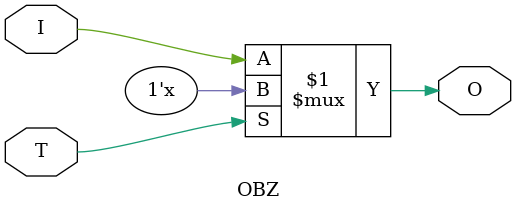
<source format=v>
module OBZ(input I, T,
	(* iopad_external_pin *) output O);
	assign O = T ? 1'bz : I;
endmodule
</source>
